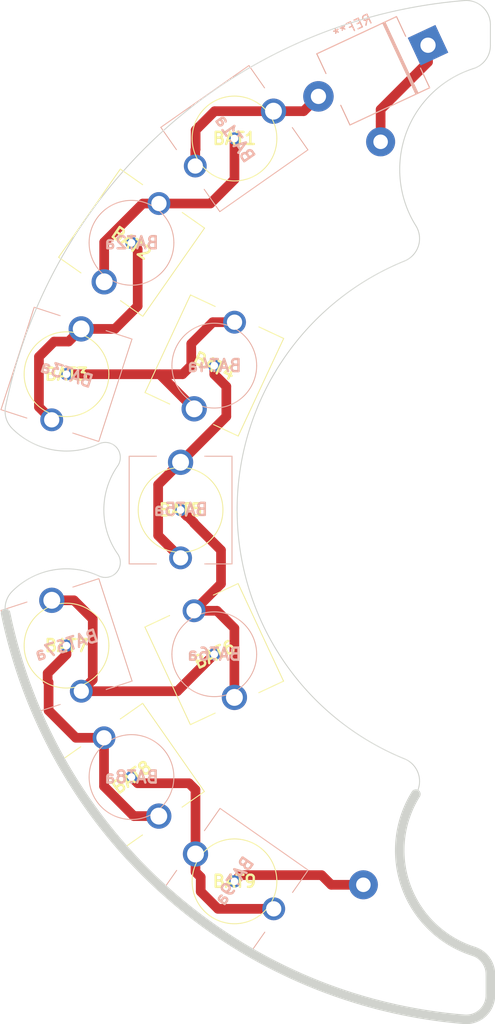
<source format=kicad_pcb>
(kicad_pcb (version 20171130) (host pcbnew "(5.1.5)-3")

  (general
    (thickness 1.6)
    (drawings 24)
    (tracks 83)
    (zones 0)
    (modules 25)
    (nets 1)
  )

  (page A4)
  (layers
    (0 F.Cu signal)
    (31 B.Cu signal)
    (32 B.Adhes user)
    (33 F.Adhes user)
    (34 B.Paste user)
    (35 F.Paste user)
    (36 B.SilkS user)
    (37 F.SilkS user)
    (38 B.Mask user)
    (39 F.Mask user)
    (40 Dwgs.User user)
    (41 Cmts.User user)
    (42 Eco1.User user)
    (43 Eco2.User user)
    (44 Edge.Cuts user)
    (45 Margin user)
    (46 B.CrtYd user)
    (47 F.CrtYd user)
    (48 B.Fab user)
    (49 F.Fab user)
  )

  (setup
    (last_trace_width 0.25)
    (user_trace_width 0.635)
    (user_trace_width 1.016)
    (trace_clearance 0.2)
    (zone_clearance 0.508)
    (zone_45_only no)
    (trace_min 0.2)
    (via_size 0.8)
    (via_drill 0.4)
    (via_min_size 0.4)
    (via_min_drill 0.3)
    (user_via 1.016 0.508)
    (uvia_size 0.3)
    (uvia_drill 0.1)
    (uvias_allowed no)
    (uvia_min_size 0.2)
    (uvia_min_drill 0.1)
    (edge_width 1)
    (segment_width 0.2)
    (pcb_text_width 0.3)
    (pcb_text_size 1.5 1.5)
    (mod_edge_width 0.12)
    (mod_text_size 1 1)
    (mod_text_width 0.15)
    (pad_size 2.413 2.413)
    (pad_drill 2.413)
    (pad_to_mask_clearance 0.051)
    (solder_mask_min_width 0.25)
    (aux_axis_origin 0 0)
    (grid_origin 52.2478 99.82454)
    (visible_elements 7FFFFB7F)
    (pcbplotparams
      (layerselection 0x010fc_ffffffff)
      (usegerberextensions false)
      (usegerberattributes false)
      (usegerberadvancedattributes false)
      (creategerberjobfile false)
      (excludeedgelayer true)
      (linewidth 0.100000)
      (plotframeref false)
      (viasonmask false)
      (mode 1)
      (useauxorigin false)
      (hpglpennumber 1)
      (hpglpenspeed 20)
      (hpglpendiameter 15.000000)
      (psnegative false)
      (psa4output false)
      (plotreference true)
      (plotvalue true)
      (plotinvisibletext false)
      (padsonsilk false)
      (subtractmaskfromsilk false)
      (outputformat 1)
      (mirror false)
      (drillshape 1)
      (scaleselection 1)
      (outputdirectory ""))
  )

  (net 0 "")

  (net_class Default "This is the default net class."
    (clearance 0.2)
    (trace_width 0.25)
    (via_dia 0.8)
    (via_drill 0.4)
    (uvia_dia 0.3)
    (uvia_drill 0.1)
  )

  (module Battery:Keystone240 (layer F.Cu) (tedit 5EE7DE15) (tstamp 5EE1641D)
    (at 71.935643 61.121965 180)
    (descr 240-1)
    (tags "Undefined or Miscellaneous")
    (fp_text reference BAT1 (at 0 0) (layer F.SilkS)
      (effects (font (size 1.27 1.27) (thickness 0.254)))
    )
    (fp_text value Keystone240 (at 0 0) (layer F.SilkS) hide
      (effects (font (size 1.27 1.27) (thickness 0.254)))
    )
    (fp_arc (start 0 0) (end 4.45 0) (angle -180) (layer F.SilkS) (width 0.1))
    (fp_arc (start 0 0) (end -4.45 0) (angle -180) (layer F.SilkS) (width 0.1))
    (fp_arc (start 0 0) (end 4.45 0) (angle -180) (layer F.Fab) (width 0.2))
    (fp_arc (start 0 0) (end -4.45 0) (angle -180) (layer F.Fab) (width 0.2))
    (fp_line (start 4.45 0) (end 4.45 0) (layer F.SilkS) (width 0.1))
    (fp_line (start -4.45 0) (end -4.45 0) (layer F.SilkS) (width 0.1))
    (fp_line (start 4.45 0) (end 4.45 0) (layer F.Fab) (width 0.2))
    (fp_line (start -4.45 0) (end -4.45 0) (layer F.Fab) (width 0.2))
    (fp_text user %R (at 0 0) (layer F.Fab)
      (effects (font (size 1.27 1.27) (thickness 0.254)))
    )
    (pad 1 thru_hole circle (at 0 0 180) (size 1.3 1.3) (drill 0.8) (layers *.Cu *.Mask))
    (model C:/Users/Alex/Downloads/LIB_240/240/3D/240.stp
      (at (xyz 0 0 0))
      (scale (xyz 1 1 1))
      (rotate (xyz 0 0 0))
    )
  )

  (module Battery:Keystone5224 (layer F.Cu) (tedit 5EE7DD8B) (tstamp 5EE16A9E)
    (at 61.116869 72.063056 325)
    (descr 5224-2)
    (tags "Undefined or Miscellaneous")
    (fp_text reference BAT2 (at 0 0.048999 145) (layer F.SilkS)
      (effects (font (size 1.27 1.27) (thickness 0.254)))
    )
    (fp_text value Keystone5224 (at 0 0.048999 145) (layer F.SilkS) hide
      (effects (font (size 1.27 1.27) (thickness 0.254)))
    )
    (fp_text user %R (at 0 0.048999 145) (layer F.Fab)
      (effects (font (size 1.27 1.27) (thickness 0.254)))
    )
    (fp_line (start -5.4 -5.665) (end 5.4 -5.665) (layer F.Fab) (width 0.2))
    (fp_line (start 5.4 -5.665) (end 5.4 5.635) (layer F.Fab) (width 0.2))
    (fp_line (start 5.4 5.635) (end -5.4 5.635) (layer F.Fab) (width 0.2))
    (fp_line (start -5.4 5.635) (end -5.4 -5.665) (layer F.Fab) (width 0.2))
    (fp_line (start -2.54 -5.665) (end -5.4 -5.665) (layer F.SilkS) (width 0.1))
    (fp_line (start -5.4 -5.665) (end -5.4 5.635) (layer F.SilkS) (width 0.1))
    (fp_line (start -5.4 5.635) (end -2.54 5.635) (layer F.SilkS) (width 0.1))
    (fp_line (start 2.54 -5.665) (end 5.4 -5.665) (layer F.SilkS) (width 0.1))
    (fp_line (start 5.4 -5.665) (end 5.4 5.635) (layer F.SilkS) (width 0.1))
    (fp_line (start 5.4 5.635) (end 2.54 5.635) (layer F.SilkS) (width 0.1))
    (pad 1 thru_hole circle (at 0 5 325) (size 2.655 2.655) (drill 1.77) (layers *.Cu *.Mask))
    (pad 2 thru_hole circle (at 0 -5.03 325) (size 2.4 2.4) (drill 1.6) (layers *.Cu *.Mask))
    (model C:/Users/Alex/Downloads/LIB_GET/5224/3D/5224.stp
      (offset (xyz 0 -5.0038 0))
      (scale (xyz 1 1 1))
      (rotate (xyz 0 0 0))
    )
  )

  (module Battery:Keystone240 (layer F.Cu) (tedit 5EE7DE15) (tstamp 5EE16D3A)
    (at 54.291727 85.853299 180)
    (descr 240-1)
    (tags "Undefined or Miscellaneous")
    (fp_text reference BAT3 (at 0 0) (layer F.SilkS)
      (effects (font (size 1.27 1.27) (thickness 0.254)))
    )
    (fp_text value Keystone240 (at 0 0) (layer F.SilkS) hide
      (effects (font (size 1.27 1.27) (thickness 0.254)))
    )
    (fp_arc (start 0 0) (end 4.45 0) (angle -180) (layer F.SilkS) (width 0.1))
    (fp_arc (start 0 0) (end -4.45 0) (angle -180) (layer F.SilkS) (width 0.1))
    (fp_arc (start 0 0) (end 4.45 0) (angle -180) (layer F.Fab) (width 0.2))
    (fp_arc (start 0 0) (end -4.45 0) (angle -180) (layer F.Fab) (width 0.2))
    (fp_line (start 4.45 0) (end 4.45 0) (layer F.SilkS) (width 0.1))
    (fp_line (start -4.45 0) (end -4.45 0) (layer F.SilkS) (width 0.1))
    (fp_line (start 4.45 0) (end 4.45 0) (layer F.Fab) (width 0.2))
    (fp_line (start -4.45 0) (end -4.45 0) (layer F.Fab) (width 0.2))
    (fp_text user %R (at 0 0) (layer F.Fab)
      (effects (font (size 1.27 1.27) (thickness 0.254)))
    )
    (pad 1 thru_hole circle (at 0 0 180) (size 1.3 1.3) (drill 0.8) (layers *.Cu *.Mask))
    (model C:/Users/Alex/Downloads/LIB_240/240/3D/240.stp
      (at (xyz 0 0 0))
      (scale (xyz 1 1 1))
      (rotate (xyz 0 0 0))
    )
  )

  (module Battery:Keystone240 (layer F.Cu) (tedit 5EE7DE15) (tstamp 5EE17217)
    (at 54.291727 114.329055 180)
    (descr 240-1)
    (tags "Undefined or Miscellaneous")
    (fp_text reference BAT7 (at 0 0) (layer F.SilkS)
      (effects (font (size 1.27 1.27) (thickness 0.254)))
    )
    (fp_text value Keystone240 (at 0 0) (layer F.SilkS) hide
      (effects (font (size 1.27 1.27) (thickness 0.254)))
    )
    (fp_arc (start 0 0) (end 4.45 0) (angle -180) (layer F.SilkS) (width 0.1))
    (fp_arc (start 0 0) (end -4.45 0) (angle -180) (layer F.SilkS) (width 0.1))
    (fp_arc (start 0 0) (end 4.45 0) (angle -180) (layer F.Fab) (width 0.2))
    (fp_arc (start 0 0) (end -4.45 0) (angle -180) (layer F.Fab) (width 0.2))
    (fp_line (start 4.45 0) (end 4.45 0) (layer F.SilkS) (width 0.1))
    (fp_line (start -4.45 0) (end -4.45 0) (layer F.SilkS) (width 0.1))
    (fp_line (start 4.45 0) (end 4.45 0) (layer F.Fab) (width 0.2))
    (fp_line (start -4.45 0) (end -4.45 0) (layer F.Fab) (width 0.2))
    (fp_text user %R (at 0 0) (layer F.Fab)
      (effects (font (size 1.27 1.27) (thickness 0.254)))
    )
    (pad 1 thru_hole circle (at 0 0 180) (size 1.3 1.3) (drill 0.8) (layers *.Cu *.Mask))
    (model C:/Users/Alex/Downloads/LIB_240/240/3D/240.stp
      (at (xyz 0 0 0))
      (scale (xyz 1 1 1))
      (rotate (xyz 0 0 0))
    )
  )

  (module Battery:Keystone240 (layer F.Cu) (tedit 5EE7DE15) (tstamp 5EE1743D)
    (at 71.935643 139.060389 180)
    (descr 240-1)
    (tags "Undefined or Miscellaneous")
    (fp_text reference BAT9 (at 0 0) (layer F.SilkS)
      (effects (font (size 1.27 1.27) (thickness 0.254)))
    )
    (fp_text value Keystone240 (at 0 0) (layer F.SilkS) hide
      (effects (font (size 1.27 1.27) (thickness 0.254)))
    )
    (fp_arc (start 0 0) (end 4.45 0) (angle -180) (layer F.SilkS) (width 0.1))
    (fp_arc (start 0 0) (end -4.45 0) (angle -180) (layer F.SilkS) (width 0.1))
    (fp_arc (start 0 0) (end 4.45 0) (angle -180) (layer F.Fab) (width 0.2))
    (fp_arc (start 0 0) (end -4.45 0) (angle -180) (layer F.Fab) (width 0.2))
    (fp_line (start 4.45 0) (end 4.45 0) (layer F.SilkS) (width 0.1))
    (fp_line (start -4.45 0) (end -4.45 0) (layer F.SilkS) (width 0.1))
    (fp_line (start 4.45 0) (end 4.45 0) (layer F.Fab) (width 0.2))
    (fp_line (start -4.45 0) (end -4.45 0) (layer F.Fab) (width 0.2))
    (fp_text user %R (at 0 0) (layer F.Fab)
      (effects (font (size 1.27 1.27) (thickness 0.254)))
    )
    (pad 1 thru_hole circle (at 0 0 180) (size 1.3 1.3) (drill 0.8) (layers *.Cu *.Mask))
    (model C:/Users/Alex/Downloads/LIB_240/240/3D/240.stp
      (at (xyz 0 0 0))
      (scale (xyz 1 1 1))
      (rotate (xyz 0 0 0))
    )
  )

  (module Diode_THT:D_5KPW_P12.70mm_Horizontal (layer B.Cu) (tedit 5EE7DE72) (tstamp 5EE28E65)
    (at 92.26296 51.3334 205)
    (descr "Diode, 5KPW series, Axial, Horizontal, pin pitch=12.7mm, , length*diameter=9*8mm^2, , http://www.diodes.com/_files/packages/8686949.gif")
    (tags "Diode 5KPW series Axial Horizontal pin pitch 12.7mm  length 9mm diameter 8mm")
    (fp_text reference REF** (at 6.35 5.12 205) (layer B.SilkS)
      (effects (font (size 1 1) (thickness 0.15)) (justify mirror))
    )
    (fp_text value D_5KPW_P12.70mm_Horizontal (at 6.35 -5.12 205) (layer B.Fab) hide
      (effects (font (size 1 1) (thickness 0.15)) (justify mirror))
    )
    (fp_text user K (at 0 2.6 205) (layer B.Fab)
      (effects (font (size 1 1) (thickness 0.15)) (justify mirror))
    )
    (fp_text user K (at 0 2.6 205) (layer B.Fab)
      (effects (font (size 1 1) (thickness 0.15)) (justify mirror))
    )
    (fp_text user %R (at 7.025 0 205) (layer B.Fab)
      (effects (font (size 1 1) (thickness 0.15)) (justify mirror))
    )
    (fp_line (start 3.08 4.12) (end 3.08 -4.12) (layer B.SilkS) (width 0.12))
    (fp_line (start 3.32 4.12) (end 3.32 -4.12) (layer B.SilkS) (width 0.12))
    (fp_line (start 3.2 4.12) (end 3.2 -4.12) (layer B.SilkS) (width 0.12))
    (fp_line (start 10.97 -4.12) (end 10.97 -1.84) (layer B.SilkS) (width 0.12))
    (fp_line (start 1.73 -4.12) (end 10.97 -4.12) (layer B.SilkS) (width 0.12))
    (fp_line (start 1.73 -1.84) (end 1.73 -4.12) (layer B.SilkS) (width 0.12))
    (fp_line (start 10.97 4.12) (end 10.97 1.84) (layer B.SilkS) (width 0.12))
    (fp_line (start 1.73 4.12) (end 10.97 4.12) (layer B.SilkS) (width 0.12))
    (fp_line (start 1.73 1.84) (end 1.73 4.12) (layer B.SilkS) (width 0.12))
    (fp_line (start 3.1 4) (end 3.1 -4) (layer B.Fab) (width 0.1))
    (fp_line (start 3.3 4) (end 3.3 -4) (layer B.Fab) (width 0.1))
    (fp_line (start 3.2 4) (end 3.2 -4) (layer B.Fab) (width 0.1))
    (fp_line (start 12.7 0) (end 10.85 0) (layer B.Fab) (width 0.1))
    (fp_line (start 0 0) (end 1.85 0) (layer B.Fab) (width 0.1))
    (fp_line (start 10.85 4) (end 1.85 4) (layer B.Fab) (width 0.1))
    (fp_line (start 10.85 -4) (end 10.85 4) (layer B.Fab) (width 0.1))
    (fp_line (start 1.85 -4) (end 10.85 -4) (layer B.Fab) (width 0.1))
    (fp_line (start 1.85 4) (end 1.85 -4) (layer B.Fab) (width 0.1))
    (pad 2 thru_hole oval (at 12.7 0 205) (size 3.2 3.2) (drill 1.6) (layers *.Cu *.Mask))
    (pad 1 thru_hole rect (at 0 0 205) (size 3.2 3.2) (drill 1.6) (layers *.Cu *.Mask))
    (model ${KISYS3DMOD}/Diode_THT.3dshapes/D_5KPW_P12.70mm_Horizontal.wrl
      (at (xyz 0 0 0))
      (scale (xyz 1 1 1))
      (rotate (xyz 0 0 0))
    )
  )

  (module Battery:Keystone5224 (layer B.Cu) (tedit 5EE7DD8B) (tstamp 5EE1B339)
    (at 71.935643 61.121965 305)
    (descr 5224-2)
    (tags "Undefined or Miscellaneous")
    (fp_text reference BAT1a (at 0 -0.048999 305) (layer B.SilkS)
      (effects (font (size 1.27 1.27) (thickness 0.254)) (justify mirror))
    )
    (fp_text value Keystone5224 (at 0 -0.048999 305) (layer B.SilkS) hide
      (effects (font (size 1.27 1.27) (thickness 0.254)) (justify mirror))
    )
    (fp_text user %R (at 0 -0.048999 305) (layer B.Fab)
      (effects (font (size 1.27 1.27) (thickness 0.254)) (justify mirror))
    )
    (fp_line (start -5.4 5.665) (end 5.4 5.665) (layer B.Fab) (width 0.2))
    (fp_line (start 5.4 5.665) (end 5.4 -5.635) (layer B.Fab) (width 0.2))
    (fp_line (start 5.4 -5.635) (end -5.4 -5.635) (layer B.Fab) (width 0.2))
    (fp_line (start -5.4 -5.635) (end -5.4 5.665) (layer B.Fab) (width 0.2))
    (fp_line (start -2.54 5.665) (end -5.4 5.665) (layer B.SilkS) (width 0.1))
    (fp_line (start -5.4 5.665) (end -5.4 -5.635) (layer B.SilkS) (width 0.1))
    (fp_line (start -5.4 -5.635) (end -2.54 -5.635) (layer B.SilkS) (width 0.1))
    (fp_line (start 2.54 5.665) (end 5.4 5.665) (layer B.SilkS) (width 0.1))
    (fp_line (start 5.4 5.665) (end 5.4 -5.635) (layer B.SilkS) (width 0.1))
    (fp_line (start 5.4 -5.635) (end 2.54 -5.635) (layer B.SilkS) (width 0.1))
    (pad 1 thru_hole circle (at 0 -5 305) (size 2.655 2.655) (drill 1.77) (layers *.Cu *.Mask))
    (pad 2 thru_hole circle (at 0 5.03 305) (size 2.4 2.4) (drill 1.6) (layers *.Cu *.Mask))
    (model C:/Users/Alex/Downloads/LIB_GET/5224/3D/5224.stp
      (offset (xyz 0 -5.0038 0))
      (scale (xyz 1 1 1))
      (rotate (xyz 0 0 0))
    )
  )

  (module Battery:Keystone240 (layer B.Cu) (tedit 5EE7DE15) (tstamp 5EE1BFF2)
    (at 69.813903 115.230825 180)
    (descr 240-1)
    (tags "Undefined or Miscellaneous")
    (fp_text reference BAT6a (at 0 0) (layer B.SilkS)
      (effects (font (size 1.27 1.27) (thickness 0.254)) (justify mirror))
    )
    (fp_text value Keystone240 (at 0 0) (layer B.SilkS) hide
      (effects (font (size 1.27 1.27) (thickness 0.254)) (justify mirror))
    )
    (fp_arc (start 0 0) (end 4.45 0) (angle 180) (layer B.SilkS) (width 0.1))
    (fp_arc (start 0 0) (end -4.45 0) (angle 180) (layer B.SilkS) (width 0.1))
    (fp_arc (start 0 0) (end 4.45 0) (angle 180) (layer B.Fab) (width 0.2))
    (fp_arc (start 0 0) (end -4.45 0) (angle 180) (layer B.Fab) (width 0.2))
    (fp_line (start 4.45 0) (end 4.45 0) (layer B.SilkS) (width 0.1))
    (fp_line (start -4.45 0) (end -4.45 0) (layer B.SilkS) (width 0.1))
    (fp_line (start 4.45 0) (end 4.45 0) (layer B.Fab) (width 0.2))
    (fp_line (start -4.45 0) (end -4.45 0) (layer B.Fab) (width 0.2))
    (fp_text user %R (at 0 0) (layer B.Fab)
      (effects (font (size 1.27 1.27) (thickness 0.254)) (justify mirror))
    )
    (pad 1 thru_hole circle (at 0 0 180) (size 1.3 1.3) (drill 0.8) (layers *.Cu *.Mask))
    (model C:/Users/Alex/Downloads/LIB_240/240/3D/240.stp
      (at (xyz 0 0 0))
      (scale (xyz 1 1 1))
      (rotate (xyz 0 0 0))
    )
  )

  (module Battery:Keystone240 (layer B.Cu) (tedit 5EE7DE15) (tstamp 5EE1BFF2)
    (at 61.116869 128.119298 180)
    (descr 240-1)
    (tags "Undefined or Miscellaneous")
    (fp_text reference BAT8a (at 0 0) (layer B.SilkS)
      (effects (font (size 1.27 1.27) (thickness 0.254)) (justify mirror))
    )
    (fp_text value Keystone240 (at 0 0) (layer B.SilkS) hide
      (effects (font (size 1.27 1.27) (thickness 0.254)) (justify mirror))
    )
    (fp_arc (start 0 0) (end 4.45 0) (angle 180) (layer B.SilkS) (width 0.1))
    (fp_arc (start 0 0) (end -4.45 0) (angle 180) (layer B.SilkS) (width 0.1))
    (fp_arc (start 0 0) (end 4.45 0) (angle 180) (layer B.Fab) (width 0.2))
    (fp_arc (start 0 0) (end -4.45 0) (angle 180) (layer B.Fab) (width 0.2))
    (fp_line (start 4.45 0) (end 4.45 0) (layer B.SilkS) (width 0.1))
    (fp_line (start -4.45 0) (end -4.45 0) (layer B.SilkS) (width 0.1))
    (fp_line (start 4.45 0) (end 4.45 0) (layer B.Fab) (width 0.2))
    (fp_line (start -4.45 0) (end -4.45 0) (layer B.Fab) (width 0.2))
    (fp_text user %R (at 0 0) (layer B.Fab)
      (effects (font (size 1.27 1.27) (thickness 0.254)) (justify mirror))
    )
    (pad 1 thru_hole circle (at 0 0 180) (size 1.3 1.3) (drill 0.8) (layers *.Cu *.Mask))
    (model C:/Users/Alex/Downloads/LIB_240/240/3D/240.stp
      (at (xyz 0 0 0))
      (scale (xyz 1 1 1))
      (rotate (xyz 0 0 0))
    )
  )

  (module Battery:Keystone5224 (layer B.Cu) (tedit 5EE7DD8B) (tstamp 5EE1BF74)
    (at 54.291727 114.329055 18)
    (descr 5224-2)
    (tags "Undefined or Miscellaneous")
    (fp_text reference BAT67a (at 0 -0.049 198) (layer B.SilkS)
      (effects (font (size 1.27 1.27) (thickness 0.254)) (justify mirror))
    )
    (fp_text value Keystone5224 (at 0 -0.049 198) (layer B.SilkS) hide
      (effects (font (size 1.27 1.27) (thickness 0.254)) (justify mirror))
    )
    (fp_text user %R (at 0 -0.049 198) (layer B.Fab)
      (effects (font (size 1.27 1.27) (thickness 0.254)) (justify mirror))
    )
    (fp_line (start -5.4 5.665) (end 5.4 5.665) (layer B.Fab) (width 0.2))
    (fp_line (start 5.4 5.665) (end 5.4 -5.635) (layer B.Fab) (width 0.2))
    (fp_line (start 5.4 -5.635) (end -5.4 -5.635) (layer B.Fab) (width 0.2))
    (fp_line (start -5.4 -5.635) (end -5.4 5.665) (layer B.Fab) (width 0.2))
    (fp_line (start -2.54 5.665) (end -5.4 5.665) (layer B.SilkS) (width 0.1))
    (fp_line (start -5.4 5.665) (end -5.4 -5.635) (layer B.SilkS) (width 0.1))
    (fp_line (start -5.4 -5.635) (end -2.54 -5.635) (layer B.SilkS) (width 0.1))
    (fp_line (start 2.54 5.665) (end 5.4 5.665) (layer B.SilkS) (width 0.1))
    (fp_line (start 5.4 5.665) (end 5.4 -5.635) (layer B.SilkS) (width 0.1))
    (fp_line (start 5.4 -5.635) (end 2.54 -5.635) (layer B.SilkS) (width 0.1))
    (pad 1 thru_hole circle (at 0 -5 18) (size 2.655 2.655) (drill 1.77) (layers *.Cu *.Mask))
    (pad 2 thru_hole circle (at 0 5.03 18) (size 2.4 2.4) (drill 1.6) (layers *.Cu *.Mask))
    (model C:/Users/Alex/Downloads/LIB_GET/5224/3D/5224.stp
      (offset (xyz 0 -5.0038 0))
      (scale (xyz 1 1 1))
      (rotate (xyz 0 0 0))
    )
  )

  (module Battery:Keystone5224 (layer B.Cu) (tedit 5EE7DD8B) (tstamp 5EE1BF74)
    (at 66.27241 100.091177)
    (descr 5224-2)
    (tags "Undefined or Miscellaneous")
    (fp_text reference BAT5a (at 0 -0.049 180) (layer B.SilkS)
      (effects (font (size 1.27 1.27) (thickness 0.254)) (justify mirror))
    )
    (fp_text value Keystone5224 (at 0 -0.049 180) (layer B.SilkS) hide
      (effects (font (size 1.27 1.27) (thickness 0.254)) (justify mirror))
    )
    (fp_text user %R (at 0 -0.049 180) (layer B.Fab)
      (effects (font (size 1.27 1.27) (thickness 0.254)) (justify mirror))
    )
    (fp_line (start -5.4 5.665) (end 5.4 5.665) (layer B.Fab) (width 0.2))
    (fp_line (start 5.4 5.665) (end 5.4 -5.635) (layer B.Fab) (width 0.2))
    (fp_line (start 5.4 -5.635) (end -5.4 -5.635) (layer B.Fab) (width 0.2))
    (fp_line (start -5.4 -5.635) (end -5.4 5.665) (layer B.Fab) (width 0.2))
    (fp_line (start -2.54 5.665) (end -5.4 5.665) (layer B.SilkS) (width 0.1))
    (fp_line (start -5.4 5.665) (end -5.4 -5.635) (layer B.SilkS) (width 0.1))
    (fp_line (start -5.4 -5.635) (end -2.54 -5.635) (layer B.SilkS) (width 0.1))
    (fp_line (start 2.54 5.665) (end 5.4 5.665) (layer B.SilkS) (width 0.1))
    (fp_line (start 5.4 5.665) (end 5.4 -5.635) (layer B.SilkS) (width 0.1))
    (fp_line (start 5.4 -5.635) (end 2.54 -5.635) (layer B.SilkS) (width 0.1))
    (pad 1 thru_hole circle (at 0 -5) (size 2.655 2.655) (drill 1.77) (layers *.Cu *.Mask))
    (pad 2 thru_hole circle (at 0 5.03) (size 2.4 2.4) (drill 1.6) (layers *.Cu *.Mask))
    (model C:/Users/Alex/Downloads/LIB_GET/5224/3D/5224.stp
      (offset (xyz 0 -5.0038 0))
      (scale (xyz 1 1 1))
      (rotate (xyz 0 0 0))
    )
  )

  (module Battery:Keystone5224 (layer B.Cu) (tedit 5EE7DD8B) (tstamp 5EE1BDB8)
    (at 54.291727 85.853299 342)
    (descr 5224-2)
    (tags "Undefined or Miscellaneous")
    (fp_text reference BAT3a (at 0 -0.049 342) (layer B.SilkS)
      (effects (font (size 1.27 1.27) (thickness 0.254)) (justify mirror))
    )
    (fp_text value Keystone5224 (at 0 -0.049 342) (layer B.SilkS) hide
      (effects (font (size 1.27 1.27) (thickness 0.254)) (justify mirror))
    )
    (fp_text user %R (at 0 -0.049 342) (layer B.Fab)
      (effects (font (size 1.27 1.27) (thickness 0.254)) (justify mirror))
    )
    (fp_line (start -5.4 5.665) (end 5.4 5.665) (layer B.Fab) (width 0.2))
    (fp_line (start 5.4 5.665) (end 5.4 -5.635) (layer B.Fab) (width 0.2))
    (fp_line (start 5.4 -5.635) (end -5.4 -5.635) (layer B.Fab) (width 0.2))
    (fp_line (start -5.4 -5.635) (end -5.4 5.665) (layer B.Fab) (width 0.2))
    (fp_line (start -2.54 5.665) (end -5.4 5.665) (layer B.SilkS) (width 0.1))
    (fp_line (start -5.4 5.665) (end -5.4 -5.635) (layer B.SilkS) (width 0.1))
    (fp_line (start -5.4 -5.635) (end -2.54 -5.635) (layer B.SilkS) (width 0.1))
    (fp_line (start 2.54 5.665) (end 5.4 5.665) (layer B.SilkS) (width 0.1))
    (fp_line (start 5.4 5.665) (end 5.4 -5.635) (layer B.SilkS) (width 0.1))
    (fp_line (start 5.4 -5.635) (end 2.54 -5.635) (layer B.SilkS) (width 0.1))
    (pad 1 thru_hole circle (at 0 -5 342) (size 2.655 2.655) (drill 1.77) (layers *.Cu *.Mask))
    (pad 2 thru_hole circle (at 0 5.03 342) (size 2.4 2.4) (drill 1.6) (layers *.Cu *.Mask))
    (model C:/Users/Alex/Downloads/LIB_GET/5224/3D/5224.stp
      (offset (xyz 0 -5.0038 0))
      (scale (xyz 1 1 1))
      (rotate (xyz 0 0 0))
    )
  )

  (module Battery:Keystone240 (layer B.Cu) (tedit 5EE7DE15) (tstamp 5EE175CA)
    (at 61.116869 72.063056 180)
    (descr 240-1)
    (tags "Undefined or Miscellaneous")
    (fp_text reference BAT2a (at 0 0) (layer B.SilkS)
      (effects (font (size 1.27 1.27) (thickness 0.254)) (justify mirror))
    )
    (fp_text value Keystone240 (at 0 0) (layer B.SilkS) hide
      (effects (font (size 1.27 1.27) (thickness 0.254)) (justify mirror))
    )
    (fp_arc (start 0 0) (end 4.45 0) (angle 180) (layer B.SilkS) (width 0.1))
    (fp_arc (start 0 0) (end -4.45 0) (angle 180) (layer B.SilkS) (width 0.1))
    (fp_arc (start 0 0) (end 4.45 0) (angle 180) (layer B.Fab) (width 0.2))
    (fp_arc (start 0 0) (end -4.45 0) (angle 180) (layer B.Fab) (width 0.2))
    (fp_line (start 4.45 0) (end 4.45 0) (layer B.SilkS) (width 0.1))
    (fp_line (start -4.45 0) (end -4.45 0) (layer B.SilkS) (width 0.1))
    (fp_line (start 4.45 0) (end 4.45 0) (layer B.Fab) (width 0.2))
    (fp_line (start -4.45 0) (end -4.45 0) (layer B.Fab) (width 0.2))
    (fp_text user %R (at 0 0) (layer B.Fab)
      (effects (font (size 1.27 1.27) (thickness 0.254)) (justify mirror))
    )
    (pad 1 thru_hole circle (at 0 0 180) (size 1.3 1.3) (drill 0.8) (layers *.Cu *.Mask))
    (model C:/Users/Alex/Downloads/LIB_240/240/3D/240.stp
      (at (xyz 0 0 0))
      (scale (xyz 1 1 1))
      (rotate (xyz 0 0 0))
    )
  )

  (module Battery:Keystone240 (layer B.Cu) (tedit 5EE7DE15) (tstamp 5EE1B6DE)
    (at 69.813903 84.951529 180)
    (descr 240-1)
    (tags "Undefined or Miscellaneous")
    (fp_text reference BAT4a (at 0 0 180) (layer B.SilkS)
      (effects (font (size 1.27 1.27) (thickness 0.254)) (justify mirror))
    )
    (fp_text value Keystone240 (at 0 0 180) (layer B.SilkS) hide
      (effects (font (size 1.27 1.27) (thickness 0.254)) (justify mirror))
    )
    (fp_text user %R (at 0 0 180) (layer B.Fab)
      (effects (font (size 1.27 1.27) (thickness 0.254)) (justify mirror))
    )
    (fp_line (start -4.45 0) (end -4.45 0) (layer B.Fab) (width 0.2))
    (fp_line (start 4.45 0) (end 4.45 0) (layer B.Fab) (width 0.2))
    (fp_line (start -4.45 0) (end -4.45 0) (layer B.SilkS) (width 0.1))
    (fp_line (start 4.45 0) (end 4.45 0) (layer B.SilkS) (width 0.1))
    (fp_arc (start 0 0) (end -4.45 0) (angle 180) (layer B.Fab) (width 0.2))
    (fp_arc (start 0 0) (end 4.45 0) (angle 180) (layer B.Fab) (width 0.2))
    (fp_arc (start 0 0) (end -4.45 0) (angle 180) (layer B.SilkS) (width 0.1))
    (fp_arc (start 0 0) (end 4.45 0) (angle 180) (layer B.SilkS) (width 0.1))
    (pad 1 thru_hole circle (at 0 0 180) (size 1.3 1.3) (drill 0.8) (layers *.Cu *.Mask))
    (model C:/Users/Alex/Downloads/LIB_240/240/3D/240.stp
      (at (xyz 0 0 0))
      (scale (xyz 1 1 1))
      (rotate (xyz 0 0 0))
    )
  )

  (module Battery:Keystone5224 (layer B.Cu) (tedit 5EE7DD8B) (tstamp 5EE1BF74)
    (at 71.935643 139.060389 55)
    (descr 5224-2)
    (tags "Undefined or Miscellaneous")
    (fp_text reference BAT9a (at 0 -0.049 235) (layer B.SilkS)
      (effects (font (size 1.27 1.27) (thickness 0.254)) (justify mirror))
    )
    (fp_text value Keystone5224 (at 0 -0.049 235) (layer B.SilkS) hide
      (effects (font (size 1.27 1.27) (thickness 0.254)) (justify mirror))
    )
    (fp_line (start 5.4 -5.635) (end 2.54 -5.635) (layer B.SilkS) (width 0.1))
    (fp_line (start 5.4 5.665) (end 5.4 -5.635) (layer B.SilkS) (width 0.1))
    (fp_line (start 2.54 5.665) (end 5.4 5.665) (layer B.SilkS) (width 0.1))
    (fp_line (start -5.4 -5.635) (end -2.54 -5.635) (layer B.SilkS) (width 0.1))
    (fp_line (start -5.4 5.665) (end -5.4 -5.635) (layer B.SilkS) (width 0.1))
    (fp_line (start -2.54 5.665) (end -5.4 5.665) (layer B.SilkS) (width 0.1))
    (fp_line (start -5.4 -5.635) (end -5.4 5.665) (layer B.Fab) (width 0.2))
    (fp_line (start 5.4 -5.635) (end -5.4 -5.635) (layer B.Fab) (width 0.2))
    (fp_line (start 5.4 5.665) (end 5.4 -5.635) (layer B.Fab) (width 0.2))
    (fp_line (start -5.4 5.665) (end 5.4 5.665) (layer B.Fab) (width 0.2))
    (fp_text user %R (at 0 -0.049 235) (layer B.Fab)
      (effects (font (size 1.27 1.27) (thickness 0.254)) (justify mirror))
    )
    (pad 2 thru_hole circle (at 0 5.03 55) (size 2.4 2.4) (drill 1.6) (layers *.Cu *.Mask))
    (pad 1 thru_hole circle (at 0 -5 55) (size 2.655 2.655) (drill 1.77) (layers *.Cu *.Mask))
    (model C:/Users/Alex/Downloads/LIB_GET/5224/3D/5224.stp
      (offset (xyz 0 -5.0038 0))
      (scale (xyz 1 1 1))
      (rotate (xyz 0 0 0))
    )
  )

  (module Battery:Keystone5224 (layer F.Cu) (tedit 5EE7DD38) (tstamp 5EE16E89)
    (at 69.813903 84.951529 335)
    (descr 5224-2)
    (tags "Undefined or Miscellaneous")
    (fp_text reference BAT4 (at 0 0.049 335) (layer F.SilkS)
      (effects (font (size 1.27 1.27) (thickness 0.254)))
    )
    (fp_text value Keystone5224 (at 0 0.049 335) (layer F.SilkS) hide
      (effects (font (size 1.27 1.27) (thickness 0.254)))
    )
    (fp_line (start 5.4 5.635) (end 2.54 5.635) (layer F.SilkS) (width 0.1))
    (fp_line (start 5.4 -5.665) (end 5.4 5.635) (layer F.SilkS) (width 0.1))
    (fp_line (start 2.54 -5.665) (end 5.4 -5.665) (layer F.SilkS) (width 0.1))
    (fp_line (start -5.4 5.635) (end -2.54 5.635) (layer F.SilkS) (width 0.1))
    (fp_line (start -5.4 -5.665) (end -5.4 5.635) (layer F.SilkS) (width 0.1))
    (fp_line (start -2.54 -5.665) (end -5.4 -5.665) (layer F.SilkS) (width 0.1))
    (fp_line (start -5.4 5.635) (end -5.4 -5.665) (layer F.Fab) (width 0.2))
    (fp_line (start 5.4 5.635) (end -5.4 5.635) (layer F.Fab) (width 0.2))
    (fp_line (start 5.4 -5.665) (end 5.4 5.635) (layer F.Fab) (width 0.2))
    (fp_line (start -5.4 -5.665) (end 5.4 -5.665) (layer F.Fab) (width 0.2))
    (fp_text user %R (at 0 0.049 335) (layer F.Fab)
      (effects (font (size 1.27 1.27) (thickness 0.254)))
    )
    (pad 2 thru_hole circle (at 0 -5.03 335) (size 2.4 2.4) (drill 1.6) (layers *.Cu *.Mask))
    (pad 1 thru_hole circle (at 0 5 335) (size 2.655 2.655) (drill 1.77) (layers *.Cu *.Mask))
    (model C:/Users/Alex/Downloads/LIB_GET/5224/3D/5224.stp
      (offset (xyz 0 -5.0038 0))
      (scale (xyz 1 1 1))
      (rotate (xyz 0 0 0))
    )
  )

  (module Battery:Keystone5224 (layer F.Cu) (tedit 5EE7DD29) (tstamp 5EE172F0)
    (at 61.116869 128.119298 35)
    (descr 5224-2)
    (tags "Undefined or Miscellaneous")
    (fp_text reference BAT8 (at 0 0.048999 35) (layer F.SilkS)
      (effects (font (size 1.27 1.27) (thickness 0.254)))
    )
    (fp_text value Keystone5224 (at 0 0.048999 35) (layer F.SilkS) hide
      (effects (font (size 1.27 1.27) (thickness 0.254)))
    )
    (fp_line (start 5.4 5.635) (end 2.54 5.635) (layer F.SilkS) (width 0.1))
    (fp_line (start 5.4 -5.665) (end 5.4 5.635) (layer F.SilkS) (width 0.1))
    (fp_line (start 2.54 -5.665) (end 5.4 -5.665) (layer F.SilkS) (width 0.1))
    (fp_line (start -5.4 5.635) (end -2.54 5.635) (layer F.SilkS) (width 0.1))
    (fp_line (start -5.4 -5.665) (end -5.4 5.635) (layer F.SilkS) (width 0.1))
    (fp_line (start -2.54 -5.665) (end -5.4 -5.665) (layer F.SilkS) (width 0.1))
    (fp_line (start -5.4 5.635) (end -5.4 -5.665) (layer F.Fab) (width 0.2))
    (fp_line (start 5.4 5.635) (end -5.4 5.635) (layer F.Fab) (width 0.2))
    (fp_line (start 5.4 -5.665) (end 5.4 5.635) (layer F.Fab) (width 0.2))
    (fp_line (start -5.4 -5.665) (end 5.4 -5.665) (layer F.Fab) (width 0.2))
    (fp_text user %R (at 0 0.048999 35) (layer F.Fab)
      (effects (font (size 1.27 1.27) (thickness 0.254)))
    )
    (pad 2 thru_hole circle (at 0 -5.03 35) (size 2.4 2.4) (drill 1.6) (layers *.Cu *.Mask))
    (pad 1 thru_hole circle (at 0 5 35) (size 2.655 2.655) (drill 1.77) (layers *.Cu *.Mask))
    (model C:/Users/Alex/Downloads/LIB_GET/5224/3D/5224.stp
      (offset (xyz 0 -5.0038 0))
      (scale (xyz 1 1 1))
      (rotate (xyz 0 0 0))
    )
  )

  (module Battery:Keystone5224 (layer F.Cu) (tedit 5EE7DD08) (tstamp 5EE1709E)
    (at 69.813903 115.230825 25)
    (descr 5224-2)
    (tags "Undefined or Miscellaneous")
    (fp_text reference BAT6 (at 0 0.049 25) (layer F.SilkS)
      (effects (font (size 1.27 1.27) (thickness 0.254)))
    )
    (fp_text value Keystone5224 (at 0 0.049 25) (layer F.SilkS) hide
      (effects (font (size 1.27 1.27) (thickness 0.254)))
    )
    (fp_line (start 5.4 5.635) (end 2.54 5.635) (layer F.SilkS) (width 0.1))
    (fp_line (start 5.4 -5.665) (end 5.4 5.635) (layer F.SilkS) (width 0.1))
    (fp_line (start 2.54 -5.665) (end 5.4 -5.665) (layer F.SilkS) (width 0.1))
    (fp_line (start -5.4 5.635) (end -2.54 5.635) (layer F.SilkS) (width 0.1))
    (fp_line (start -5.4 -5.665) (end -5.4 5.635) (layer F.SilkS) (width 0.1))
    (fp_line (start -2.54 -5.665) (end -5.4 -5.665) (layer F.SilkS) (width 0.1))
    (fp_line (start -5.4 5.635) (end -5.4 -5.665) (layer F.Fab) (width 0.2))
    (fp_line (start 5.4 5.635) (end -5.4 5.635) (layer F.Fab) (width 0.2))
    (fp_line (start 5.4 -5.665) (end 5.4 5.635) (layer F.Fab) (width 0.2))
    (fp_line (start -5.4 -5.665) (end 5.4 -5.665) (layer F.Fab) (width 0.2))
    (fp_text user %R (at 0 0.049 25) (layer F.Fab)
      (effects (font (size 1.27 1.27) (thickness 0.254)))
    )
    (pad 2 thru_hole circle (at 0 -5.03 25) (size 2.4 2.4) (drill 1.6) (layers *.Cu *.Mask))
    (pad 1 thru_hole circle (at 0 5 25) (size 2.655 2.655) (drill 1.77) (layers *.Cu *.Mask))
    (model C:/Users/Alex/Downloads/LIB_GET/5224/3D/5224.stp
      (offset (xyz 0 -5.0038 0))
      (scale (xyz 1 1 1))
      (rotate (xyz 0 0 0))
    )
  )

  (module MountingHole:MountingHole_47.5mil (layer F.Cu) (tedit 5EE26751) (tstamp 5EE27157)
    (at 73.350759 73.263011)
    (descr "Mounting Hole 4.3mm, no annular, M4")
    (tags "mounting hole 4.3mm no annular m4")
    (attr virtual)
    (fp_text reference REF** (at 0 -3.5) (layer F.SilkS) hide
      (effects (font (size 1 1) (thickness 0.15)))
    )
    (fp_text value MountingHole_47.5mil (at 0.040001 -0.097143) (layer F.Fab) hide
      (effects (font (size 1 1) (thickness 0.15)))
    )
    (fp_circle (center 0 0) (end 2.54 0) (layer F.CrtYd) (width 0.05))
    (fp_circle (center 0 0) (end 2.54 0) (layer Cmts.User) (width 0.15))
    (fp_text user %R (at 0.3 0) (layer F.Fab)
      (effects (font (size 1 1) (thickness 0.15)))
    )
    (pad "" np_thru_hole circle (at 0 0) (size 2.413 2.413) (drill 2.413) (layers *.Cu *.Mask))
  )

  (module MountingHole:MountingHole_47.5mil (layer F.Cu) (tedit 5EE26751) (tstamp 5EE27157)
    (at 62.389563 91.198855)
    (descr "Mounting Hole 4.3mm, no annular, M4")
    (tags "mounting hole 4.3mm no annular m4")
    (attr virtual)
    (fp_text reference REF** (at 0 -3.5) (layer F.SilkS) hide
      (effects (font (size 1 1) (thickness 0.15)))
    )
    (fp_text value MountingHole_47.5mil (at 0.040001 -0.097143) (layer F.Fab) hide
      (effects (font (size 1 1) (thickness 0.15)))
    )
    (fp_circle (center 0 0) (end 2.54 0) (layer F.CrtYd) (width 0.05))
    (fp_circle (center 0 0) (end 2.54 0) (layer Cmts.User) (width 0.15))
    (fp_text user %R (at 0.3 0) (layer F.Fab)
      (effects (font (size 1 1) (thickness 0.15)))
    )
    (pad "" np_thru_hole circle (at 0 0) (size 2.413 2.413) (drill 2.413) (layers *.Cu *.Mask))
  )

  (module MountingHole:MountingHole_47.5mil (layer F.Cu) (tedit 5EE26751) (tstamp 5EE27157)
    (at 62.389563 108.983499)
    (descr "Mounting Hole 4.3mm, no annular, M4")
    (tags "mounting hole 4.3mm no annular m4")
    (attr virtual)
    (fp_text reference REF** (at 0 -3.5) (layer F.SilkS) hide
      (effects (font (size 1 1) (thickness 0.15)))
    )
    (fp_text value MountingHole_47.5mil (at 0.040001 -0.097143) (layer F.Fab) hide
      (effects (font (size 1 1) (thickness 0.15)))
    )
    (fp_circle (center 0 0) (end 2.54 0) (layer F.CrtYd) (width 0.05))
    (fp_circle (center 0 0) (end 2.54 0) (layer Cmts.User) (width 0.15))
    (fp_text user %R (at 0.3 0) (layer F.Fab) hide
      (effects (font (size 1 1) (thickness 0.15)))
    )
    (pad "" np_thru_hole circle (at 0 0) (size 2.413 2.413) (drill 2.413) (layers *.Cu *.Mask))
  )

  (module MountingHole:MountingHole_47.5mil (layer F.Cu) (tedit 5EE26751) (tstamp 5EE270CC)
    (at 73.350759 126.919343)
    (descr "Mounting Hole 4.3mm, no annular, M4")
    (tags "mounting hole 4.3mm no annular m4")
    (attr virtual)
    (fp_text reference REF** (at 0 -3.5) (layer F.SilkS) hide
      (effects (font (size 1 1) (thickness 0.15)))
    )
    (fp_text value MountingHole_47.5mil (at 0.040001 -0.097143) (layer F.Fab) hide
      (effects (font (size 1 1) (thickness 0.15)))
    )
    (fp_circle (center 0 0) (end 2.54 0) (layer F.CrtYd) (width 0.05))
    (fp_circle (center 0 0) (end 2.54 0) (layer Cmts.User) (width 0.15))
    (fp_text user %R (at 0.3 0) (layer F.Fab) hide
      (effects (font (size 1 1) (thickness 0.15)))
    )
    (pad "" np_thru_hole circle (at 0 0) (size 2.413 2.413) (drill 2.413) (layers *.Cu *.Mask))
  )

  (module MountingHole:MountingHole_400mil (layer F.Cu) (tedit 5EE26519) (tstamp 5EE26CC1)
    (at 82.94116 130.337114)
    (descr "Mounting Hole 8.4mm, no annular, M8")
    (tags "mounting hole 8.4mm no annular m8")
    (attr virtual)
    (fp_text reference REF** (at 0 -7.5) (layer F.SilkS) hide
      (effects (font (size 1 1) (thickness 0.15)))
    )
    (fp_text value MountingHole_400mil (at 0.2032 -59.725114) (layer F.Fab) hide
      (effects (font (size 1 1) (thickness 0.15)))
    )
    (fp_text user %R (at 0.3 0) (layer F.Fab)
      (effects (font (size 1 1) (thickness 0.15)))
    )
    (fp_circle (center 0 0) (end 6.096 0) (layer Cmts.User) (width 0.15))
    (fp_circle (center 0 0) (end 6.096 0) (layer F.CrtYd) (width 0.05))
    (pad "" np_thru_hole circle (at 0 0) (size 10.16 10.16) (drill 10.16) (layers *.Cu *.Mask))
  )

  (module MountingHole:MountingHole_400mil (layer F.Cu) (tedit 5EE26519) (tstamp 5EE26C35)
    (at 82.94116 69.84524)
    (descr "Mounting Hole 8.4mm, no annular, M8")
    (tags "mounting hole 8.4mm no annular m8")
    (attr virtual)
    (fp_text reference REF** (at 0 -7.5) (layer F.SilkS) hide
      (effects (font (size 1 1) (thickness 0.15)))
    )
    (fp_text value MountingHole_400mil (at 0 7) (layer F.Fab) hide
      (effects (font (size 1 1) (thickness 0.15)))
    )
    (fp_text user %R (at 0.3 0) (layer F.Fab)
      (effects (font (size 1 1) (thickness 0.15)))
    )
    (fp_circle (center 0 0) (end 6.096 0) (layer Cmts.User) (width 0.15))
    (fp_circle (center 0 0) (end 6.096 0) (layer F.CrtYd) (width 0.05))
    (pad "" np_thru_hole circle (at 0 0) (size 10.16 10.16) (drill 10.16) (layers *.Cu *.Mask))
  )

  (module Battery:Keystone240 (layer F.Cu) (tedit 5EE10664) (tstamp 5EE16FC4)
    (at 66.27241 100.091177 180)
    (descr 240-1)
    (tags "Undefined or Miscellaneous")
    (fp_text reference BAT5 (at 0 0) (layer F.SilkS)
      (effects (font (size 1.27 1.27) (thickness 0.254)))
    )
    (fp_text value Keystone240 (at 0 0) (layer F.SilkS) hide
      (effects (font (size 1.27 1.27) (thickness 0.254)))
    )
    (fp_text user %R (at 0 0) (layer F.Fab)
      (effects (font (size 1.27 1.27) (thickness 0.254)))
    )
    (fp_line (start -5.45 -5.45) (end 5.45 -5.45) (layer F.CrtYd) (width 0.1))
    (fp_line (start 5.45 -5.45) (end 5.45 5.45) (layer F.CrtYd) (width 0.1))
    (fp_line (start 5.45 5.45) (end -5.45 5.45) (layer F.CrtYd) (width 0.1))
    (fp_line (start -5.45 5.45) (end -5.45 -5.45) (layer F.CrtYd) (width 0.1))
    (fp_line (start -4.45 0) (end -4.45 0) (layer F.Fab) (width 0.2))
    (fp_line (start 4.45 0) (end 4.45 0) (layer F.Fab) (width 0.2))
    (fp_line (start -4.45 0) (end -4.45 0) (layer F.SilkS) (width 0.1))
    (fp_line (start 4.45 0) (end 4.45 0) (layer F.SilkS) (width 0.1))
    (fp_arc (start 0 0) (end -4.45 0) (angle -180) (layer F.Fab) (width 0.2))
    (fp_arc (start 0 0) (end 4.45 0) (angle -180) (layer F.Fab) (width 0.2))
    (fp_arc (start 0 0) (end -4.45 0) (angle -180) (layer F.SilkS) (width 0.1))
    (fp_arc (start 0 0) (end 4.45 0) (angle -180) (layer F.SilkS) (width 0.1))
    (pad 1 thru_hole circle (at 0 0 180) (size 1.3 1.3) (drill 0.8) (layers *.Cu *.Mask))
    (model C:/Users/Alex/Downloads/LIB_240/240/3D/240.stp
      (at (xyz 0 0 0))
      (scale (xyz 1 1 1))
      (rotate (xyz 0 0 0))
    )
  )

  (gr_arc (start 100.40366 135.809927) (end 90.987328 129.90905) (angle -104.5) (layer Edge.Cuts) (width 1))
  (gr_arc (start 96.276161 148.823554) (end 98.81616 148.823554) (angle -72.3) (layer Edge.Cuts) (width 1))
  (gr_arc (start 54.291727 114.329055) (end 57.703608 107.026659) (angle -70.13998941) (layer Edge.Cuts) (width 0.1))
  (gr_arc (start 96.276161 49.178623) (end 98.816161 49.178623) (angle -94.6) (layer Edge.Cuts) (width 0.1))
  (gr_arc (start 96.276161 151.003731) (end 96.085101 153.536573) (angle -94.4) (layer Edge.Cuts) (width 1))
  (gr_arc (start 66.272555 100.091177) (end 59.660756 95.481403) (angle -69.77354428) (layer Edge.Cuts) (width 0.1))
  (gr_arc (start 100.40366 100.091177) (end 96.070915 46.646929) (angle -73.68479152) (layer Edge.Cuts) (width 0.1))
  (gr_circle (center 73.350759 73.263011) (end 74.557259 73.263011) (layer Dwgs.User) (width 0.2))
  (gr_arc (start 50.381813 110.432318) (end 48.582733 108.639301) (angle -56.5836465) (layer Edge.Cuts) (width 0.1))
  (gr_arc (start 96.276161 51.3588) (end 97.044067 53.77994) (angle -72.4) (layer Edge.Cuts) (width 0.1))
  (gr_line (start 98.81616 151.003731) (end 98.81616 148.823554) (layer Edge.Cuts) (width 1))
  (gr_arc (start 50.381813 89.750036) (end 47.89441 89.235809) (angle -56.6) (layer Edge.Cuts) (width 0.1))
  (gr_circle (center 62.389563 91.198855) (end 63.596063 91.198855) (layer Dwgs.User) (width 0.2))
  (gr_arc (start 58.369736 105.600954) (end 57.703608 107.026659) (angle -149.8998569) (layer Edge.Cuts) (width 0.1))
  (gr_arc (start 58.369736 94.5814) (end 59.660611 95.481403) (angle -150.13253) (layer Edge.Cuts) (width 0.1))
  (gr_arc (start 100.40366 100.091177) (end 47.89441 110.946545) (angle -73.7) (layer Edge.Cuts) (width 1))
  (gr_arc (start 88.835024 71.622076) (end 89.791239 73.975213) (angle -99.85659665) (layer Edge.Cuts) (width 0.1))
  (gr_circle (center 62.389563 108.983499) (end 63.596063 108.983499) (layer Dwgs.User) (width 0.2))
  (gr_circle (center 82.94116 69.84524) (end 88.021161 69.84524) (layer Dwgs.User) (width 0.2))
  (gr_arc (start 100.40366 64.372427) (end 97.044067 53.77994) (angle -104.5) (layer Edge.Cuts) (width 0.1))
  (gr_arc (start 100.40366 100.091177) (end 89.791239 73.975213) (angle -135.8) (layer Edge.Cuts) (width 0.1))
  (gr_arc (start 88.835024 128.560278) (end 90.987328 129.90905) (angle -99.63198075) (layer Edge.Cuts) (width 0.1))
  (gr_arc (start 54.291727 85.853299) (end 48.582733 91.543053) (angle -70.1) (layer Edge.Cuts) (width 0.1))
  (gr_line (start 98.81616 51.3588) (end 98.81616 49.178623) (layer Edge.Cuts) (width 0.1))

  (segment (start 71.935643 61.121965) (end 71.935643 65.412317) (width 1.016) (layer F.Cu) (net 0))
  (segment (start 69.405239 67.942721) (end 64.001958 67.942721) (width 1.016) (layer F.Cu) (net 0))
  (segment (start 71.935643 65.412317) (end 69.405239 67.942721) (width 1.016) (layer F.Cu) (net 0))
  (segment (start 58.248987 74.281448) (end 58.248987 76.158816) (width 1.016) (layer F.Cu) (net 0))
  (segment (start 58.248987 71.998636) (end 58.248987 74.281448) (width 1.016) (layer F.Cu) (net 0))
  (segment (start 62.304902 67.942721) (end 58.248987 71.998636) (width 1.016) (layer F.Cu) (net 0))
  (segment (start 64.001958 67.942721) (end 62.304902 67.942721) (width 1.016) (layer F.Cu) (net 0))
  (segment (start 61.766868 72.713055) (end 61.766868 78.705292) (width 1.016) (layer F.Cu) (net 0))
  (segment (start 61.116869 72.063056) (end 61.766868 72.713055) (width 1.016) (layer F.Cu) (net 0))
  (segment (start 59.374144 81.098016) (end 55.836812 81.098016) (width 1.016) (layer F.Cu) (net 0))
  (segment (start 61.766868 78.705292) (end 59.374144 81.098016) (width 1.016) (layer F.Cu) (net 0))
  (segment (start 51.39436 89.294101) (end 52.737372 90.637113) (width 1.016) (layer F.Cu) (net 0))
  (segment (start 51.39436 84.0232) (end 51.39436 89.294101) (width 1.016) (layer F.Cu) (net 0))
  (segment (start 52.992045 82.425515) (end 51.39436 84.0232) (width 1.016) (layer F.Cu) (net 0))
  (segment (start 55.836812 81.098016) (end 54.509313 82.425515) (width 1.016) (layer F.Cu) (net 0))
  (segment (start 54.509313 82.425515) (end 52.992045 82.425515) (width 1.016) (layer F.Cu) (net 0))
  (segment (start 64.071043 85.853299) (end 67.700812 89.483068) (width 1.016) (layer F.Cu) (net 0))
  (segment (start 54.291727 85.853299) (end 64.071043 85.853299) (width 1.016) (layer F.Cu) (net 0))
  (segment (start 66.479175 85.853299) (end 67.39636 84.936114) (width 1.016) (layer F.Cu) (net 0))
  (segment (start 64.071043 85.853299) (end 66.479175 85.853299) (width 1.016) (layer F.Cu) (net 0))
  (segment (start 67.39636 84.936114) (end 67.39636 82.6516) (width 1.016) (layer F.Cu) (net 0))
  (segment (start 69.655159 80.392801) (end 71.939673 80.392801) (width 1.016) (layer F.Cu) (net 0))
  (segment (start 67.39636 82.6516) (end 69.655159 80.392801) (width 1.016) (layer F.Cu) (net 0))
  (segment (start 69.813903 85.870767) (end 71.07936 87.136224) (width 1.016) (layer F.Cu) (net 0))
  (segment (start 69.813903 84.951529) (end 69.813903 85.870767) (width 1.016) (layer F.Cu) (net 0))
  (segment (start 71.07936 90.284227) (end 66.27241 95.091177) (width 1.016) (layer F.Cu) (net 0))
  (segment (start 71.07936 87.136224) (end 71.07936 90.284227) (width 1.016) (layer F.Cu) (net 0))
  (segment (start 66.27241 95.091177) (end 63.91656 97.447027) (width 1.016) (layer F.Cu) (net 0))
  (segment (start 63.91656 102.765327) (end 66.27241 105.121177) (width 1.016) (layer F.Cu) (net 0))
  (segment (start 63.91656 97.447027) (end 63.91656 102.765327) (width 1.016) (layer F.Cu) (net 0))
  (segment (start 66.922409 100.741176) (end 66.994736 100.741176) (width 1.016) (layer F.Cu) (net 0))
  (segment (start 66.27241 100.091177) (end 66.922409 100.741176) (width 1.016) (layer F.Cu) (net 0))
  (segment (start 67.688133 101.434573) (end 67.688133 101.485373) (width 1.016) (layer F.Cu) (net 0))
  (segment (start 66.994736 100.741176) (end 67.688133 101.434573) (width 1.016) (layer F.Cu) (net 0))
  (segment (start 67.688133 101.485373) (end 70.52056 104.3178) (width 1.016) (layer F.Cu) (net 0))
  (segment (start 70.52056 107.83967) (end 67.688133 110.672097) (width 1.016) (layer F.Cu) (net 0))
  (segment (start 70.52056 104.3178) (end 70.52056 107.83967) (width 1.016) (layer F.Cu) (net 0))
  (segment (start 67.688133 110.672097) (end 70.093057 110.672097) (width 1.016) (layer F.Cu) (net 0))
  (segment (start 71.926994 112.506034) (end 71.926994 119.762364) (width 1.016) (layer F.Cu) (net 0))
  (segment (start 70.093057 110.672097) (end 71.926994 112.506034) (width 1.016) (layer F.Cu) (net 0))
  (segment (start 65.931859 119.112869) (end 55.846082 119.112869) (width 1.016) (layer F.Cu) (net 0))
  (segment (start 69.813903 115.230825) (end 65.931859 119.112869) (width 1.016) (layer F.Cu) (net 0))
  (segment (start 54.291727 115.248293) (end 52.30876 117.23126) (width 1.016) (layer F.Cu) (net 0))
  (segment (start 54.291727 114.329055) (end 54.291727 115.248293) (width 1.016) (layer F.Cu) (net 0))
  (segment (start 52.30876 118.075943) (end 52.41036 118.177543) (width 1.016) (layer F.Cu) (net 0))
  (segment (start 52.30876 117.23126) (end 52.30876 118.075943) (width 1.016) (layer F.Cu) (net 0))
  (segment (start 52.41036 118.177543) (end 52.41036 121.1326) (width 1.016) (layer F.Cu) (net 0))
  (segment (start 55.276723 123.998963) (end 58.23178 123.998963) (width 1.016) (layer F.Cu) (net 0))
  (segment (start 52.41036 121.1326) (end 55.276723 123.998963) (width 1.016) (layer F.Cu) (net 0))
  (segment (start 57.046081 117.91287) (end 57.046081 111.544321) (width 1.016) (layer F.Cu) (net 0))
  (segment (start 55.846082 119.112869) (end 57.046081 117.91287) (width 1.016) (layer F.Cu) (net 0))
  (segment (start 55.075532 109.573772) (end 53.094332 109.573772) (width 1.016) (layer F.Cu) (net 0))
  (segment (start 57.046081 111.544321) (end 55.075532 109.573772) (width 1.016) (layer F.Cu) (net 0))
  (segment (start 53.094332 109.573772) (end 52.746642 109.573772) (width 1.016) (layer F.Cu) (net 0))
  (segment (start 58.23178 123.998963) (end 58.23178 129.08762) (width 1.016) (layer F.Cu) (net 0))
  (segment (start 61.359218 132.215058) (end 63.984751 132.215058) (width 1.016) (layer F.Cu) (net 0))
  (segment (start 58.23178 129.08762) (end 61.359218 132.215058) (width 1.016) (layer F.Cu) (net 0))
  (segment (start 61.766868 128.769297) (end 67.159057 128.769297) (width 1.016) (layer F.Cu) (net 0))
  (segment (start 61.116869 128.119298) (end 61.766868 128.769297) (width 1.016) (layer F.Cu) (net 0))
  (segment (start 67.839883 129.450123) (end 67.839883 136.192507) (width 1.016) (layer F.Cu) (net 0))
  (segment (start 67.159057 128.769297) (end 67.839883 129.450123) (width 1.016) (layer F.Cu) (net 0))
  (segment (start 67.839883 138.069875) (end 68.38696 138.616952) (width 1.016) (layer F.Cu) (net 0))
  (segment (start 67.839883 136.192507) (end 67.839883 138.069875) (width 1.016) (layer F.Cu) (net 0))
  (segment (start 68.38696 138.616952) (end 68.38696 140.1318) (width 1.016) (layer F.Cu) (net 0))
  (segment (start 70.200638 141.945478) (end 76.055978 141.945478) (width 1.016) (layer F.Cu) (net 0))
  (segment (start 68.38696 140.1318) (end 70.200638 141.945478) (width 1.016) (layer F.Cu) (net 0))
  (segment (start 67.815308 62.309998) (end 67.85356 62.271746) (width 1.016) (layer F.Cu) (net 0))
  (segment (start 67.815308 64.007054) (end 67.815308 62.309998) (width 1.016) (layer F.Cu) (net 0))
  (segment (start 67.85356 62.271746) (end 67.85356 60.2488) (width 1.016) (layer F.Cu) (net 0))
  (segment (start 69.848277 58.254083) (end 76.031403 58.254083) (width 1.016) (layer F.Cu) (net 0))
  (segment (start 67.85356 60.2488) (end 69.848277 58.254083) (width 1.016) (layer F.Cu) (net 0))
  (segment (start 79.19942 58.254083) (end 80.752851 56.700652) (width 1.016) (layer F.Cu) (net 0))
  (segment (start 76.031403 58.254083) (end 79.19942 58.254083) (width 1.016) (layer F.Cu) (net 0))
  (via (at 87.28456 61.468) (size 3.048) (drill 1.524) (layers F.Cu B.Cu) (net 0))
  (segment (start 87.28456 59.312739) (end 87.28456 61.468) (width 1.016) (layer F.Cu) (net 0))
  (segment (start 87.28456 58.077204) (end 87.28456 59.312739) (width 1.016) (layer F.Cu) (net 0))
  (segment (start 92.26296 53.098804) (end 87.28456 58.077204) (width 1.016) (layer F.Cu) (net 0))
  (segment (start 92.26296 51.3334) (end 92.26296 53.098804) (width 1.016) (layer F.Cu) (net 0))
  (via (at 85.47354 139.42314) (size 3.048) (drill 1.524) (layers F.Cu B.Cu) (net 0) (tstamp 5EE29FE0))
  (segment (start 71.935643 139.060389) (end 72.585642 138.41039) (width 1.016) (layer F.Cu) (net 0))
  (segment (start 72.585642 138.41039) (end 81.08513 138.41039) (width 1.016) (layer F.Cu) (net 0))
  (segment (start 82.09788 139.42314) (end 85.47354 139.42314) (width 1.016) (layer F.Cu) (net 0))
  (segment (start 81.08513 138.41039) (end 82.09788 139.42314) (width 1.016) (layer F.Cu) (net 0))

)

</source>
